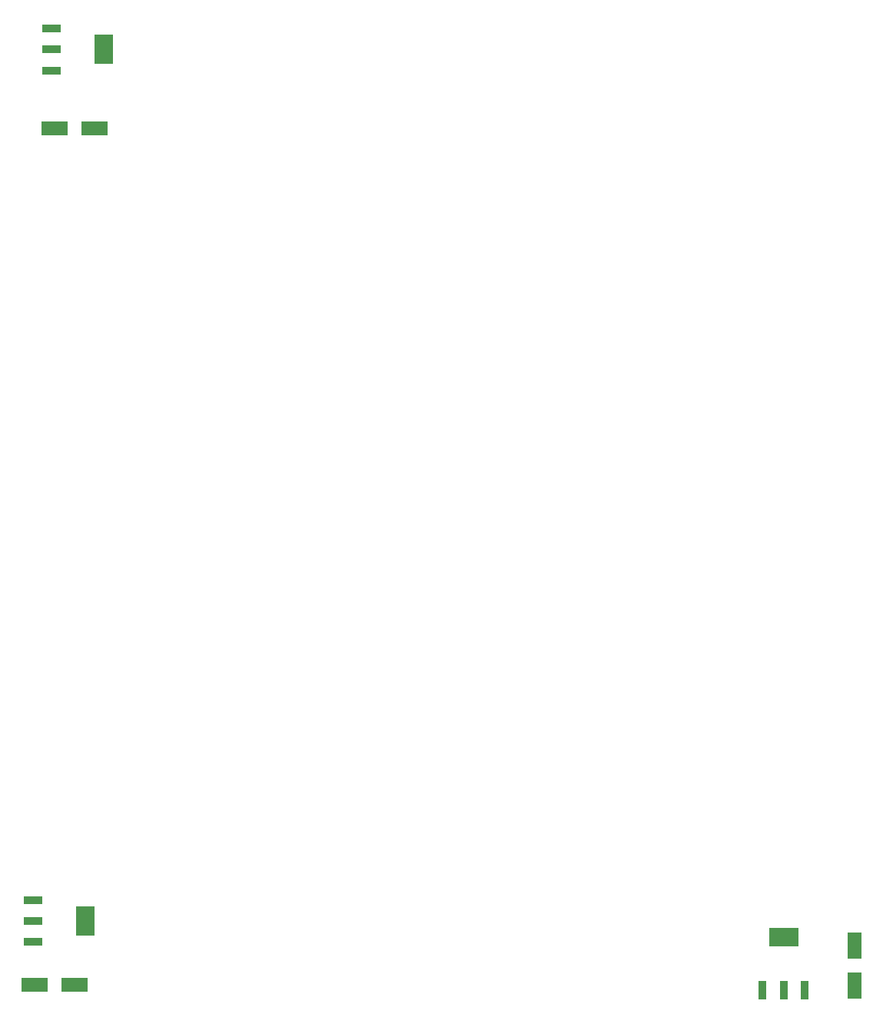
<source format=gbr>
G04 #@! TF.GenerationSoftware,KiCad,Pcbnew,9.0.5*
G04 #@! TF.CreationDate,2025-10-26T17:23:22-04:00*
G04 #@! TF.ProjectId,ReedRelay_Drive,52656564-5265-46c6-9179-5f4472697665,rev?*
G04 #@! TF.SameCoordinates,Original*
G04 #@! TF.FileFunction,Paste,Top*
G04 #@! TF.FilePolarity,Positive*
%FSLAX46Y46*%
G04 Gerber Fmt 4.6, Leading zero omitted, Abs format (unit mm)*
G04 Created by KiCad (PCBNEW 9.0.5) date 2025-10-26 17:23:22*
%MOMM*%
%LPD*%
G01*
G04 APERTURE LIST*
%ADD10R,3.000000X1.600000*%
%ADD11R,2.150000X3.250000*%
%ADD12R,2.150000X0.950000*%
%ADD13R,1.600000X3.000000*%
%ADD14R,3.250000X2.150000*%
%ADD15R,0.950000X2.150000*%
G04 APERTURE END LIST*
D10*
X58137000Y-61711200D03*
X53737000Y-61711200D03*
X51510000Y-155990000D03*
X55910000Y-155990000D03*
D11*
X59145000Y-53000000D03*
D12*
X53345000Y-55300000D03*
X53345000Y-53000000D03*
X53345000Y-50700000D03*
X51310000Y-146690000D03*
X51310000Y-148990000D03*
X51310000Y-151290000D03*
D11*
X57110000Y-148990000D03*
D13*
X141845000Y-151655000D03*
X141845000Y-156055000D03*
D14*
X134025000Y-150755000D03*
D15*
X136325000Y-156555000D03*
X134025000Y-156555000D03*
X131725000Y-156555000D03*
M02*

</source>
